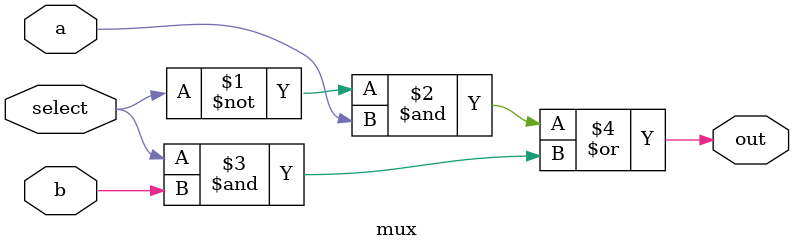
<source format=sv>
`ifndef and_n2t
  `include "and_n2t.sv"
`endif
`define mux 1

module mux(
    input  a,
    input  b,
    input  select,
    output out
);
   assign out = (~select & a) | (select & b);
endmodule

</source>
